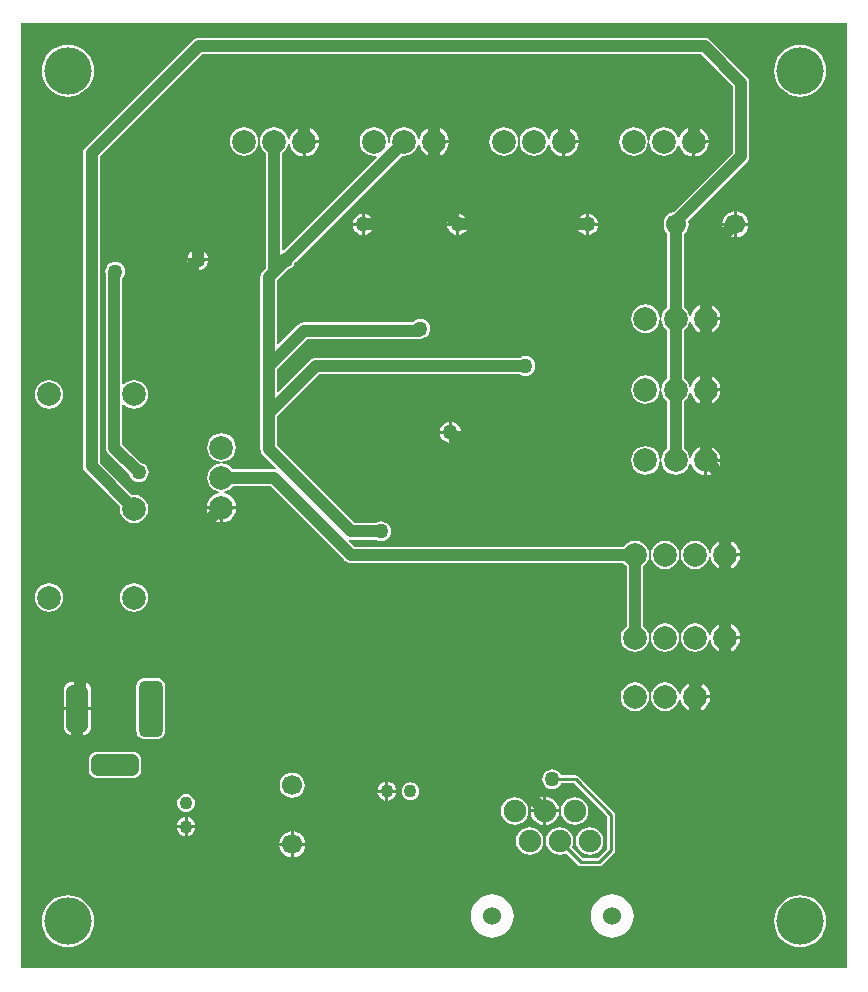
<source format=gbl>
%FSLAX44Y44*%
%MOMM*%
G71*
G01*
G75*
G04 Layer_Physical_Order=2*
G04 Layer_Color=16711680*
%ADD10R,0.6000X2.0000*%
%ADD11O,0.6000X2.0000*%
%ADD12R,1.4500X1.8000*%
%ADD13R,0.6000X1.0000*%
%ADD14R,1.5000X2.0000*%
%ADD15R,1.4000X1.0000*%
%ADD16R,1.0000X0.6000*%
%ADD17R,1.5200X1.6800*%
%ADD18R,2.1590X2.7430*%
%ADD19C,1.0000*%
%ADD20C,0.3000*%
%ADD21C,0.2580*%
%ADD22R,3.8000X2.0000*%
%ADD23C,2.0000*%
%ADD24C,1.1000*%
%ADD25C,1.7000*%
%ADD26C,4.0000*%
G04:AMPARAMS|DCode=27|XSize=4mm|YSize=1.8mm|CornerRadius=0.45mm|HoleSize=0mm|Usage=FLASHONLY|Rotation=0.000|XOffset=0mm|YOffset=0mm|HoleType=Round|Shape=RoundedRectangle|*
%AMROUNDEDRECTD27*
21,1,4.0000,0.9000,0,0,0.0*
21,1,3.1000,1.8000,0,0,0.0*
1,1,0.9000,1.5500,-0.4500*
1,1,0.9000,-1.5500,-0.4500*
1,1,0.9000,-1.5500,0.4500*
1,1,0.9000,1.5500,0.4500*
%
%ADD27ROUNDEDRECTD27*%
G04:AMPARAMS|DCode=28|XSize=4mm|YSize=1.8mm|CornerRadius=0.45mm|HoleSize=0mm|Usage=FLASHONLY|Rotation=270.000|XOffset=0mm|YOffset=0mm|HoleType=Round|Shape=RoundedRectangle|*
%AMROUNDEDRECTD28*
21,1,4.0000,0.9000,0,0,270.0*
21,1,3.1000,1.8000,0,0,270.0*
1,1,0.9000,-0.4500,-1.5500*
1,1,0.9000,-0.4500,1.5500*
1,1,0.9000,0.4500,1.5500*
1,1,0.9000,0.4500,-1.5500*
%
%ADD28ROUNDEDRECTD28*%
G04:AMPARAMS|DCode=29|XSize=4.8mm|YSize=2mm|CornerRadius=0.5mm|HoleSize=0mm|Usage=FLASHONLY|Rotation=270.000|XOffset=0mm|YOffset=0mm|HoleType=Round|Shape=RoundedRectangle|*
%AMROUNDEDRECTD29*
21,1,4.8000,1.0000,0,0,270.0*
21,1,3.8000,2.0000,0,0,270.0*
1,1,1.0000,-0.5000,-1.9000*
1,1,1.0000,-0.5000,1.9000*
1,1,1.0000,0.5000,1.9000*
1,1,1.0000,0.5000,-1.9000*
%
%ADD29ROUNDEDRECTD29*%
%ADD30C,1.5240*%
%ADD31C,1.9000*%
%ADD32C,1.2700*%
G36*
X710000Y10000D02*
X10000D01*
Y810000D01*
X710000D01*
Y10000D01*
D02*
G37*
%LPC*%
G36*
X56730Y252601D02*
X53500D01*
X51662Y252359D01*
X49950Y251649D01*
X48479Y250521D01*
X47351Y249050D01*
X46641Y247338D01*
X46399Y245500D01*
Y231270D01*
X56730D01*
Y252601D01*
D02*
G37*
G36*
X530000Y252104D02*
X526867Y251691D01*
X523948Y250482D01*
X521441Y248559D01*
X519518Y246052D01*
X518309Y243133D01*
X517896Y240000D01*
X518309Y236867D01*
X519518Y233948D01*
X521441Y231441D01*
X523948Y229518D01*
X526867Y228309D01*
X530000Y227896D01*
X533133Y228309D01*
X536052Y229518D01*
X538559Y231441D01*
X540482Y233948D01*
X541691Y236867D01*
X542104Y240000D01*
X541691Y243133D01*
X540482Y246052D01*
X538559Y248559D01*
X536052Y250482D01*
X533133Y251691D01*
X530000Y252104D01*
D02*
G37*
G36*
X593481Y238730D02*
X582270D01*
Y227519D01*
X584274Y227783D01*
X587324Y229046D01*
X589944Y231056D01*
X591954Y233676D01*
X593217Y236726D01*
X593481Y238730D01*
D02*
G37*
G36*
X579730Y252481D02*
X577726Y252217D01*
X574676Y250954D01*
X572056Y248944D01*
X570046Y246324D01*
X568783Y243274D01*
X568618Y242023D01*
X567337D01*
X567191Y243133D01*
X565982Y246052D01*
X564058Y248559D01*
X561552Y250482D01*
X558633Y251691D01*
X555500Y252104D01*
X552367Y251691D01*
X549448Y250482D01*
X546941Y248559D01*
X545018Y246052D01*
X543809Y243133D01*
X543396Y240000D01*
X543809Y236867D01*
X545018Y233948D01*
X546941Y231441D01*
X549448Y229518D01*
X552367Y228309D01*
X555500Y227896D01*
X558633Y228309D01*
X561552Y229518D01*
X564058Y231441D01*
X565982Y233948D01*
X567191Y236867D01*
X567337Y237977D01*
X568618D01*
X568783Y236726D01*
X570046Y233676D01*
X572056Y231056D01*
X574676Y229046D01*
X577726Y227783D01*
X579730Y227519D01*
Y240000D01*
Y252481D01*
D02*
G37*
G36*
X582270D02*
Y241270D01*
X593481D01*
X593217Y243274D01*
X591954Y246324D01*
X589944Y248944D01*
X587324Y250954D01*
X584274Y252217D01*
X582270Y252481D01*
D02*
G37*
G36*
X62500Y252601D02*
X59270D01*
Y231270D01*
X69601D01*
Y245500D01*
X69359Y247338D01*
X68649Y249050D01*
X67521Y250521D01*
X66050Y251649D01*
X64338Y252359D01*
X62500Y252601D01*
D02*
G37*
G36*
X105500Y193056D02*
X74500D01*
X72803Y192833D01*
X71222Y192178D01*
X69864Y191136D01*
X68822Y189778D01*
X68167Y188197D01*
X67944Y186500D01*
Y177500D01*
X68167Y175803D01*
X68822Y174222D01*
X69864Y172864D01*
X71222Y171822D01*
X72803Y171167D01*
X74500Y170944D01*
X105500D01*
X107197Y171167D01*
X108778Y171822D01*
X110136Y172864D01*
X111178Y174222D01*
X111833Y175803D01*
X112056Y177500D01*
Y186500D01*
X111833Y188197D01*
X111178Y189778D01*
X110136Y191136D01*
X108778Y192178D01*
X107197Y192833D01*
X105500Y193056D01*
D02*
G37*
G36*
X321270Y167942D02*
Y161270D01*
X327942D01*
X327833Y162099D01*
X327023Y164055D01*
X325734Y165734D01*
X324055Y167023D01*
X322099Y167833D01*
X321270Y167942D01*
D02*
G37*
G36*
X318730D02*
X317901Y167833D01*
X315945Y167023D01*
X314266Y165734D01*
X312977Y164055D01*
X312167Y162099D01*
X312058Y161270D01*
X318730D01*
Y167942D01*
D02*
G37*
G36*
X69601Y228730D02*
X59270D01*
Y207399D01*
X62500D01*
X64338Y207641D01*
X66050Y208351D01*
X67521Y209479D01*
X68649Y210950D01*
X69359Y212662D01*
X69601Y214500D01*
Y228730D01*
D02*
G37*
G36*
X56730D02*
X46399D01*
Y214500D01*
X46641Y212662D01*
X47351Y210950D01*
X48479Y209479D01*
X49950Y208351D01*
X51662Y207641D01*
X53500Y207399D01*
X56730D01*
Y228730D01*
D02*
G37*
G36*
X125000Y256060D02*
X115000D01*
X113173Y255820D01*
X111470Y255114D01*
X110007Y253993D01*
X108885Y252530D01*
X108180Y250827D01*
X107940Y249000D01*
Y211000D01*
X108180Y209173D01*
X108885Y207470D01*
X110007Y206007D01*
X111470Y204886D01*
X113173Y204180D01*
X115000Y203940D01*
X125000D01*
X126827Y204180D01*
X128530Y204886D01*
X129993Y206007D01*
X131115Y207470D01*
X131820Y209173D01*
X132060Y211000D01*
Y249000D01*
X131820Y250827D01*
X131115Y252530D01*
X129993Y253993D01*
X128530Y255114D01*
X126827Y255820D01*
X125000Y256060D01*
D02*
G37*
G36*
X618981Y288730D02*
X607770D01*
Y277519D01*
X609774Y277783D01*
X612824Y279046D01*
X615444Y281056D01*
X617454Y283676D01*
X618717Y286726D01*
X618981Y288730D01*
D02*
G37*
G36*
X605230Y372481D02*
X603226Y372217D01*
X600176Y370954D01*
X597556Y368944D01*
X595546Y366324D01*
X594283Y363274D01*
X594118Y362023D01*
X592837D01*
X592691Y363133D01*
X591482Y366052D01*
X589558Y368559D01*
X587052Y370482D01*
X584133Y371691D01*
X581000Y372104D01*
X577867Y371691D01*
X574948Y370482D01*
X572441Y368559D01*
X570518Y366052D01*
X569309Y363133D01*
X568896Y360000D01*
X569309Y356867D01*
X570518Y353948D01*
X572441Y351441D01*
X574948Y349518D01*
X577867Y348309D01*
X581000Y347896D01*
X584133Y348309D01*
X587052Y349518D01*
X589558Y351441D01*
X591482Y353948D01*
X592691Y356867D01*
X592837Y357977D01*
X594118D01*
X594283Y356726D01*
X595546Y353676D01*
X597556Y351056D01*
X600176Y349046D01*
X603226Y347783D01*
X605230Y347519D01*
Y360000D01*
Y372481D01*
D02*
G37*
G36*
X607770D02*
Y361270D01*
X618981D01*
X618717Y363274D01*
X617454Y366324D01*
X615444Y368944D01*
X612824Y370954D01*
X609774Y372217D01*
X607770Y372481D01*
D02*
G37*
G36*
X555500Y372104D02*
X552367Y371691D01*
X549448Y370482D01*
X546941Y368559D01*
X545018Y366052D01*
X543809Y363133D01*
X543396Y360000D01*
X543809Y356867D01*
X545018Y353948D01*
X546941Y351441D01*
X549448Y349518D01*
X552367Y348309D01*
X555500Y347896D01*
X558633Y348309D01*
X561552Y349518D01*
X564058Y351441D01*
X565982Y353948D01*
X567191Y356867D01*
X567604Y360000D01*
X567191Y363133D01*
X565982Y366052D01*
X564058Y368559D01*
X561552Y370482D01*
X558633Y371691D01*
X555500Y372104D01*
D02*
G37*
G36*
X602481Y438730D02*
X591270D01*
Y427519D01*
X593274Y427783D01*
X596324Y429046D01*
X598944Y431056D01*
X600954Y433676D01*
X602217Y436726D01*
X602481Y438730D01*
D02*
G37*
G36*
X192481Y398730D02*
X181270D01*
Y387519D01*
X183274Y387783D01*
X186324Y389046D01*
X188944Y391056D01*
X190954Y393676D01*
X192217Y396726D01*
X192481Y398730D01*
D02*
G37*
G36*
X178730D02*
X167519D01*
X167783Y396726D01*
X169046Y393676D01*
X171056Y391056D01*
X173676Y389046D01*
X176726Y387783D01*
X178730Y387519D01*
Y398730D01*
D02*
G37*
G36*
X605230Y302481D02*
X603226Y302217D01*
X600176Y300954D01*
X597556Y298944D01*
X595546Y296324D01*
X594283Y293274D01*
X594118Y292023D01*
X592837D01*
X592691Y293133D01*
X591482Y296052D01*
X589558Y298559D01*
X587052Y300482D01*
X584133Y301691D01*
X581000Y302104D01*
X577867Y301691D01*
X574948Y300482D01*
X572441Y298559D01*
X570518Y296052D01*
X569309Y293133D01*
X568896Y290000D01*
X569309Y286867D01*
X570518Y283948D01*
X572441Y281441D01*
X574948Y279518D01*
X577867Y278309D01*
X581000Y277896D01*
X584133Y278309D01*
X587052Y279518D01*
X589558Y281441D01*
X591482Y283948D01*
X592691Y286867D01*
X592837Y287977D01*
X594118D01*
X594283Y286726D01*
X595546Y283676D01*
X597556Y281056D01*
X600176Y279046D01*
X603226Y277783D01*
X605230Y277519D01*
Y290000D01*
Y302481D01*
D02*
G37*
G36*
X607770D02*
Y291270D01*
X618981D01*
X618717Y293274D01*
X617454Y296324D01*
X615444Y298944D01*
X612824Y300954D01*
X609774Y302217D01*
X607770Y302481D01*
D02*
G37*
G36*
X555500Y302104D02*
X552367Y301691D01*
X549448Y300482D01*
X546941Y298559D01*
X545018Y296052D01*
X543809Y293133D01*
X543396Y290000D01*
X543809Y286867D01*
X545018Y283948D01*
X546941Y281441D01*
X549448Y279518D01*
X552367Y278309D01*
X555500Y277896D01*
X558633Y278309D01*
X561552Y279518D01*
X564058Y281441D01*
X565982Y283948D01*
X567191Y286867D01*
X567604Y290000D01*
X567191Y293133D01*
X565982Y296052D01*
X564058Y298559D01*
X561552Y300482D01*
X558633Y301691D01*
X555500Y302104D01*
D02*
G37*
G36*
X618981Y358730D02*
X607770D01*
Y347519D01*
X609774Y347783D01*
X612824Y349046D01*
X615444Y351056D01*
X617454Y353676D01*
X618717Y356726D01*
X618981Y358730D01*
D02*
G37*
G36*
X106000Y336104D02*
X102867Y335691D01*
X99948Y334482D01*
X97442Y332559D01*
X95518Y330052D01*
X94309Y327133D01*
X93897Y324000D01*
X94309Y320867D01*
X95518Y317948D01*
X97442Y315441D01*
X99948Y313518D01*
X102867Y312309D01*
X106000Y311896D01*
X109133Y312309D01*
X112052Y313518D01*
X114558Y315441D01*
X116482Y317948D01*
X117691Y320867D01*
X118104Y324000D01*
X117691Y327133D01*
X116482Y330052D01*
X114558Y332559D01*
X112052Y334482D01*
X109133Y335691D01*
X106000Y336104D01*
D02*
G37*
G36*
X34000D02*
X30867Y335691D01*
X27948Y334482D01*
X25442Y332559D01*
X23518Y330052D01*
X22309Y327133D01*
X21897Y324000D01*
X22309Y320867D01*
X23518Y317948D01*
X25442Y315441D01*
X27948Y313518D01*
X30867Y312309D01*
X34000Y311896D01*
X37133Y312309D01*
X40052Y313518D01*
X42558Y315441D01*
X44482Y317948D01*
X45691Y320867D01*
X46104Y324000D01*
X45691Y327133D01*
X44482Y330052D01*
X42558Y332559D01*
X40052Y334482D01*
X37133Y335691D01*
X34000Y336104D01*
D02*
G37*
G36*
X240000Y175591D02*
X237259Y175230D01*
X234705Y174172D01*
X232511Y172489D01*
X230828Y170295D01*
X229770Y167741D01*
X229409Y165000D01*
X229770Y162259D01*
X230828Y159705D01*
X232511Y157511D01*
X234705Y155828D01*
X237259Y154770D01*
X240000Y154409D01*
X242741Y154770D01*
X245295Y155828D01*
X247489Y157511D01*
X249172Y159705D01*
X250230Y162259D01*
X250591Y165000D01*
X250230Y167741D01*
X249172Y170295D01*
X247489Y172489D01*
X245295Y174172D01*
X242741Y175230D01*
X240000Y175591D01*
D02*
G37*
G36*
X491750Y129449D02*
X488748Y129054D01*
X485950Y127895D01*
X483548Y126052D01*
X481705Y123650D01*
X480546Y120852D01*
X480151Y117850D01*
X480546Y114848D01*
X481705Y112050D01*
X483548Y109648D01*
X485950Y107805D01*
X488748Y106646D01*
X491750Y106251D01*
X494752Y106646D01*
X497550Y107805D01*
X499952Y109648D01*
X501795Y112050D01*
X502954Y114848D01*
X503349Y117850D01*
X502954Y120852D01*
X501795Y123650D01*
X499952Y126052D01*
X497550Y127895D01*
X494752Y129054D01*
X491750Y129449D01*
D02*
G37*
G36*
X440950D02*
X437948Y129054D01*
X435150Y127895D01*
X432748Y126052D01*
X430905Y123650D01*
X429746Y120852D01*
X429351Y117850D01*
X429746Y114848D01*
X430905Y112050D01*
X432748Y109648D01*
X435150Y107805D01*
X437948Y106646D01*
X440950Y106251D01*
X443952Y106646D01*
X446750Y107805D01*
X449152Y109648D01*
X450995Y112050D01*
X452154Y114848D01*
X452549Y117850D01*
X452154Y120852D01*
X450995Y123650D01*
X449152Y126052D01*
X446750Y127895D01*
X443952Y129054D01*
X440950Y129449D01*
D02*
G37*
G36*
X250968Y113730D02*
X241270D01*
Y104032D01*
X242882Y104244D01*
X245568Y105357D01*
X247874Y107126D01*
X249643Y109432D01*
X250756Y112118D01*
X250968Y113730D01*
D02*
G37*
G36*
X148730Y128730D02*
X142058D01*
X142167Y127901D01*
X142977Y125945D01*
X144266Y124266D01*
X145945Y122977D01*
X147901Y122167D01*
X148730Y122058D01*
Y128730D01*
D02*
G37*
G36*
X241270Y125968D02*
Y116270D01*
X250968D01*
X250756Y117882D01*
X249643Y120568D01*
X247874Y122874D01*
X245568Y124643D01*
X242882Y125756D01*
X241270Y125968D01*
D02*
G37*
G36*
X238730D02*
X237118Y125756D01*
X234432Y124643D01*
X232126Y122874D01*
X230357Y120568D01*
X229244Y117882D01*
X229032Y116270D01*
X238730D01*
Y125968D01*
D02*
G37*
G36*
X409200Y72688D02*
X405622Y72336D01*
X402182Y71292D01*
X399012Y69598D01*
X396233Y67317D01*
X393952Y64538D01*
X392258Y61368D01*
X391214Y57928D01*
X390862Y54350D01*
X391214Y50772D01*
X392258Y47332D01*
X393952Y44162D01*
X396233Y41383D01*
X399012Y39102D01*
X402182Y37408D01*
X405622Y36364D01*
X409200Y36012D01*
X412778Y36364D01*
X416218Y37408D01*
X419388Y39102D01*
X422167Y41383D01*
X424448Y44162D01*
X426142Y47332D01*
X427186Y50772D01*
X427538Y54350D01*
X427186Y57928D01*
X426142Y61368D01*
X424448Y64538D01*
X422167Y67317D01*
X419388Y69598D01*
X416218Y71292D01*
X412778Y72336D01*
X409200Y72688D01*
D02*
G37*
G36*
X670000Y72106D02*
X665687Y71682D01*
X661540Y70424D01*
X657718Y68381D01*
X654368Y65632D01*
X651619Y62282D01*
X649576Y58460D01*
X648318Y54313D01*
X647894Y50000D01*
X648318Y45687D01*
X649576Y41540D01*
X651619Y37718D01*
X654368Y34368D01*
X657718Y31619D01*
X661540Y29576D01*
X665687Y28318D01*
X670000Y27894D01*
X674313Y28318D01*
X678460Y29576D01*
X682282Y31619D01*
X685632Y34368D01*
X688381Y37718D01*
X690424Y41540D01*
X691682Y45687D01*
X692106Y50000D01*
X691682Y54313D01*
X690424Y58460D01*
X688381Y62282D01*
X685632Y65632D01*
X682282Y68381D01*
X678460Y70424D01*
X674313Y71682D01*
X670000Y72106D01*
D02*
G37*
G36*
X50000D02*
X45687Y71682D01*
X41540Y70424D01*
X37718Y68381D01*
X34368Y65632D01*
X31619Y62282D01*
X29576Y58460D01*
X28318Y54313D01*
X27894Y50000D01*
X28318Y45687D01*
X29576Y41540D01*
X31619Y37718D01*
X34368Y34368D01*
X37718Y31619D01*
X41540Y29576D01*
X45687Y28318D01*
X50000Y27894D01*
X54313Y28318D01*
X58460Y29576D01*
X62282Y31619D01*
X65632Y34368D01*
X68381Y37718D01*
X70424Y41540D01*
X71682Y45687D01*
X72106Y50000D01*
X71682Y54313D01*
X70424Y58460D01*
X68381Y62282D01*
X65632Y65632D01*
X62282Y68381D01*
X58460Y70424D01*
X54313Y71682D01*
X50000Y72106D01*
D02*
G37*
G36*
X238730Y113730D02*
X229032D01*
X229244Y112118D01*
X230357Y109432D01*
X232126Y107126D01*
X234432Y105357D01*
X237118Y104244D01*
X238730Y104032D01*
Y113730D01*
D02*
G37*
G36*
X460000Y178422D02*
X457820Y178135D01*
X455789Y177294D01*
X454045Y175955D01*
X452706Y174211D01*
X451865Y172180D01*
X451578Y170000D01*
X451865Y167820D01*
X452706Y165789D01*
X454045Y164045D01*
X455789Y162706D01*
X457820Y161865D01*
X460000Y161578D01*
X462180Y161865D01*
X464211Y162706D01*
X465955Y164045D01*
X467294Y165789D01*
X467649Y166646D01*
X478610D01*
X506646Y138610D01*
Y111390D01*
X498610Y103355D01*
X485589D01*
X476541Y112403D01*
X477554Y114848D01*
X477949Y117850D01*
X477554Y120852D01*
X476395Y123650D01*
X474552Y126052D01*
X472150Y127895D01*
X469352Y129054D01*
X466350Y129449D01*
X463348Y129054D01*
X460550Y127895D01*
X458148Y126052D01*
X456305Y123650D01*
X455146Y120852D01*
X454751Y117850D01*
X455146Y114848D01*
X456305Y112050D01*
X458148Y109648D01*
X460550Y107805D01*
X463348Y106646D01*
X466350Y106251D01*
X469352Y106646D01*
X471797Y107659D01*
X481828Y97628D01*
X482916Y96901D01*
X484200Y96646D01*
X500000D01*
X501284Y96901D01*
X502372Y97628D01*
X512372Y107628D01*
X513099Y108716D01*
X513354Y110000D01*
Y140000D01*
X513099Y141284D01*
X512372Y142372D01*
X482372Y172372D01*
X481284Y173099D01*
X480000Y173354D01*
X467649D01*
X467294Y174211D01*
X465955Y175955D01*
X464211Y177294D01*
X462180Y178135D01*
X460000Y178422D01*
D02*
G37*
G36*
X510800Y72688D02*
X507222Y72336D01*
X503782Y71292D01*
X500612Y69598D01*
X497833Y67317D01*
X495552Y64538D01*
X493858Y61368D01*
X492814Y57928D01*
X492462Y54350D01*
X492814Y50772D01*
X493858Y47332D01*
X495552Y44162D01*
X497833Y41383D01*
X500612Y39102D01*
X503782Y37408D01*
X507222Y36364D01*
X510800Y36012D01*
X514378Y36364D01*
X517818Y37408D01*
X520988Y39102D01*
X523767Y41383D01*
X526048Y44162D01*
X527742Y47332D01*
X528786Y50772D01*
X529138Y54350D01*
X528786Y57928D01*
X527742Y61368D01*
X526048Y64538D01*
X523767Y67317D01*
X520988Y69598D01*
X517818Y71292D01*
X514378Y72336D01*
X510800Y72688D01*
D02*
G37*
G36*
X157942Y128730D02*
X151270D01*
Y122058D01*
X152099Y122167D01*
X154055Y122977D01*
X155734Y124266D01*
X157023Y125945D01*
X157833Y127901D01*
X157942Y128730D01*
D02*
G37*
G36*
X454920Y155227D02*
Y144520D01*
X465627D01*
X465380Y146393D01*
X464167Y149322D01*
X462237Y151837D01*
X459722Y153767D01*
X456793Y154980D01*
X454920Y155227D01*
D02*
G37*
G36*
X452380D02*
X450507Y154980D01*
X447578Y153767D01*
X445063Y151837D01*
X443133Y149322D01*
X441920Y146393D01*
X441673Y144520D01*
X452380D01*
Y155227D01*
D02*
G37*
G36*
X150000Y157565D02*
X148042Y157307D01*
X146218Y156551D01*
X144651Y155349D01*
X143449Y153782D01*
X142693Y151958D01*
X142435Y150000D01*
X142693Y148042D01*
X143449Y146218D01*
X144651Y144651D01*
X146218Y143449D01*
X148042Y142693D01*
X150000Y142435D01*
X151958Y142693D01*
X153782Y143449D01*
X155349Y144651D01*
X156551Y146218D01*
X157307Y148042D01*
X157565Y150000D01*
X157307Y151958D01*
X156551Y153782D01*
X155349Y155349D01*
X153782Y156551D01*
X151958Y157307D01*
X150000Y157565D01*
D02*
G37*
G36*
X340000Y167565D02*
X338042Y167307D01*
X336218Y166551D01*
X334651Y165349D01*
X333449Y163782D01*
X332693Y161958D01*
X332435Y160000D01*
X332693Y158042D01*
X333449Y156218D01*
X334651Y154651D01*
X336218Y153449D01*
X338042Y152693D01*
X340000Y152435D01*
X341958Y152693D01*
X343782Y153449D01*
X345349Y154651D01*
X346551Y156218D01*
X347307Y158042D01*
X347565Y160000D01*
X347307Y161958D01*
X346551Y163782D01*
X345349Y165349D01*
X343782Y166551D01*
X341958Y167307D01*
X340000Y167565D01*
D02*
G37*
G36*
X327942Y158730D02*
X321270D01*
Y152058D01*
X322099Y152167D01*
X324055Y152977D01*
X325734Y154266D01*
X327023Y155945D01*
X327833Y157901D01*
X327942Y158730D01*
D02*
G37*
G36*
X318730D02*
X312058D01*
X312167Y157901D01*
X312977Y155945D01*
X314266Y154266D01*
X315945Y152977D01*
X317901Y152167D01*
X318730Y152058D01*
Y158730D01*
D02*
G37*
G36*
X452380Y141980D02*
X441673D01*
X441920Y140107D01*
X443133Y137178D01*
X445063Y134663D01*
X447578Y132733D01*
X450507Y131520D01*
X452380Y131273D01*
Y141980D01*
D02*
G37*
G36*
X151270Y137942D02*
Y131270D01*
X157942D01*
X157833Y132099D01*
X157023Y134055D01*
X155734Y135734D01*
X154055Y137023D01*
X152099Y137833D01*
X151270Y137942D01*
D02*
G37*
G36*
X148730D02*
X147901Y137833D01*
X145945Y137023D01*
X144266Y135734D01*
X142977Y134055D01*
X142167Y132099D01*
X142058Y131270D01*
X148730D01*
Y137942D01*
D02*
G37*
G36*
X479050Y154849D02*
X476048Y154454D01*
X473250Y153295D01*
X470848Y151452D01*
X469005Y149050D01*
X467846Y146252D01*
X467451Y143250D01*
X467846Y140248D01*
X469005Y137450D01*
X470848Y135048D01*
X473250Y133205D01*
X476048Y132046D01*
X479050Y131651D01*
X482052Y132046D01*
X484850Y133205D01*
X487252Y135048D01*
X489095Y137450D01*
X490254Y140248D01*
X490649Y143250D01*
X490254Y146252D01*
X489095Y149050D01*
X487252Y151452D01*
X484850Y153295D01*
X482052Y154454D01*
X479050Y154849D01*
D02*
G37*
G36*
X428250D02*
X425248Y154454D01*
X422450Y153295D01*
X420048Y151452D01*
X418205Y149050D01*
X417046Y146252D01*
X416651Y143250D01*
X417046Y140248D01*
X418205Y137450D01*
X420048Y135048D01*
X422450Y133205D01*
X425248Y132046D01*
X428250Y131651D01*
X431252Y132046D01*
X434050Y133205D01*
X436452Y135048D01*
X438295Y137450D01*
X439454Y140248D01*
X439849Y143250D01*
X439454Y146252D01*
X438295Y149050D01*
X436452Y151452D01*
X434050Y153295D01*
X431252Y154454D01*
X428250Y154849D01*
D02*
G37*
G36*
X465627Y141980D02*
X454920D01*
Y131273D01*
X456793Y131520D01*
X459722Y132733D01*
X462237Y134663D01*
X464167Y137178D01*
X465380Y140107D01*
X465627Y141980D01*
D02*
G37*
G36*
X616270Y650968D02*
Y641270D01*
X625968D01*
X625756Y642882D01*
X624643Y645568D01*
X622874Y647874D01*
X620568Y649643D01*
X617882Y650756D01*
X616270Y650968D01*
D02*
G37*
G36*
X613730D02*
X612118Y650756D01*
X609432Y649643D01*
X607126Y647874D01*
X605357Y645568D01*
X604244Y642882D01*
X604032Y641270D01*
X613730D01*
Y650968D01*
D02*
G37*
G36*
X491270Y648800D02*
Y641270D01*
X498800D01*
X498661Y642321D01*
X497765Y644483D01*
X496340Y646340D01*
X494483Y647765D01*
X492321Y648661D01*
X491270Y648800D01*
D02*
G37*
G36*
X372481Y708730D02*
X361270D01*
Y697519D01*
X363274Y697783D01*
X366324Y699046D01*
X368944Y701056D01*
X370954Y703676D01*
X372217Y706726D01*
X372481Y708730D01*
D02*
G37*
G36*
X262481D02*
X251270D01*
Y697519D01*
X253274Y697783D01*
X256324Y699046D01*
X258944Y701056D01*
X260954Y703676D01*
X262217Y706726D01*
X262481Y708730D01*
D02*
G37*
G36*
X592481D02*
X581270D01*
Y697519D01*
X583274Y697783D01*
X586324Y699046D01*
X588944Y701056D01*
X590954Y703676D01*
X592217Y706726D01*
X592481Y708730D01*
D02*
G37*
G36*
X488730Y648800D02*
X487679Y648661D01*
X485517Y647765D01*
X483660Y646340D01*
X482235Y644483D01*
X481339Y642321D01*
X481200Y641270D01*
X488730D01*
Y648800D01*
D02*
G37*
G36*
X298730D02*
X297679Y648661D01*
X295517Y647765D01*
X293660Y646340D01*
X292235Y644483D01*
X291339Y642321D01*
X291201Y641270D01*
X298730D01*
Y648800D01*
D02*
G37*
G36*
X498800Y638730D02*
X491270D01*
Y631200D01*
X492321Y631339D01*
X494483Y632235D01*
X496340Y633660D01*
X497765Y635517D01*
X498661Y637679D01*
X498800Y638730D01*
D02*
G37*
G36*
X488730D02*
X481200D01*
X481339Y637679D01*
X482235Y635517D01*
X483660Y633660D01*
X485517Y632235D01*
X487679Y631339D01*
X488730Y631200D01*
Y638730D01*
D02*
G37*
G36*
X381270Y648800D02*
Y641270D01*
X388800D01*
X388661Y642321D01*
X387765Y644483D01*
X386340Y646340D01*
X384483Y647765D01*
X382321Y648661D01*
X381270Y648800D01*
D02*
G37*
G36*
X378730D02*
X377679Y648661D01*
X375517Y647765D01*
X373660Y646340D01*
X372235Y644483D01*
X371339Y642321D01*
X371200Y641270D01*
X378730D01*
Y648800D01*
D02*
G37*
G36*
X301270D02*
Y641270D01*
X308799D01*
X308661Y642321D01*
X307765Y644483D01*
X306340Y646340D01*
X304483Y647765D01*
X302321Y648661D01*
X301270Y648800D01*
D02*
G37*
G36*
X468730Y722481D02*
X466726Y722217D01*
X463676Y720954D01*
X461056Y718944D01*
X459046Y716324D01*
X457783Y713274D01*
X457618Y712023D01*
X456337D01*
X456191Y713133D01*
X454982Y716052D01*
X453059Y718559D01*
X450552Y720482D01*
X447633Y721691D01*
X444500Y722104D01*
X441367Y721691D01*
X438448Y720482D01*
X435942Y718559D01*
X434018Y716052D01*
X432809Y713133D01*
X432396Y710000D01*
X432809Y706867D01*
X434018Y703948D01*
X435942Y701441D01*
X438448Y699518D01*
X441367Y698309D01*
X444500Y697896D01*
X447633Y698309D01*
X450552Y699518D01*
X453059Y701441D01*
X454982Y703948D01*
X456191Y706867D01*
X456337Y707977D01*
X457618D01*
X457783Y706726D01*
X459046Y703676D01*
X461056Y701056D01*
X463676Y699046D01*
X466726Y697783D01*
X468730Y697519D01*
Y710000D01*
Y722481D01*
D02*
G37*
G36*
X358730D02*
X356726Y722217D01*
X353676Y720954D01*
X351056Y718944D01*
X349046Y716324D01*
X347783Y713274D01*
X347618Y712023D01*
X346337D01*
X346191Y713133D01*
X344982Y716052D01*
X343059Y718559D01*
X340552Y720482D01*
X337633Y721691D01*
X334500Y722104D01*
X331367Y721691D01*
X328448Y720482D01*
X325942Y718559D01*
X324018Y716052D01*
X322809Y713133D01*
X322396Y710000D01*
X322566Y708714D01*
X322175Y708411D01*
X320984Y709095D01*
X321104Y710000D01*
X320691Y713133D01*
X319482Y716052D01*
X317558Y718559D01*
X315052Y720482D01*
X312133Y721691D01*
X309000Y722104D01*
X305867Y721691D01*
X302948Y720482D01*
X300441Y718559D01*
X298518Y716052D01*
X297309Y713133D01*
X296896Y710000D01*
X297309Y706867D01*
X298518Y703948D01*
X300441Y701441D01*
X302948Y699518D01*
X305867Y698309D01*
X309000Y697896D01*
X310860Y698141D01*
X311454Y696938D01*
X232830Y618315D01*
X232458Y618369D01*
X231560Y619051D01*
Y700292D01*
X233058Y701441D01*
X234982Y703948D01*
X236191Y706867D01*
X236337Y707977D01*
X237618D01*
X237783Y706726D01*
X239046Y703676D01*
X241056Y701056D01*
X243676Y699046D01*
X246726Y697783D01*
X248730Y697519D01*
Y710000D01*
Y722481D01*
X246726Y722217D01*
X243676Y720954D01*
X241056Y718944D01*
X239046Y716324D01*
X237783Y713274D01*
X237618Y712023D01*
X236337D01*
X236191Y713133D01*
X234982Y716052D01*
X233058Y718559D01*
X230552Y720482D01*
X227633Y721691D01*
X224500Y722104D01*
X221367Y721691D01*
X218448Y720482D01*
X215942Y718559D01*
X214018Y716052D01*
X212809Y713133D01*
X212397Y710000D01*
X212809Y706867D01*
X214018Y703948D01*
X215942Y701441D01*
X217440Y700292D01*
Y602924D01*
X215007Y600492D01*
X213885Y599030D01*
X213180Y597327D01*
X212940Y595500D01*
Y520000D01*
Y480000D01*
Y450000D01*
X213180Y448173D01*
X213885Y446470D01*
X215007Y445008D01*
X226427Y433588D01*
X225834Y432385D01*
X224500Y432560D01*
X189708D01*
X188559Y434058D01*
X186052Y435982D01*
X183133Y437191D01*
X180000Y437603D01*
X176867Y437191D01*
X173948Y435982D01*
X171441Y434058D01*
X169518Y431552D01*
X168309Y428633D01*
X167896Y425500D01*
X168309Y422367D01*
X169518Y419448D01*
X171441Y416941D01*
X173948Y415018D01*
X176867Y413809D01*
X177977Y413663D01*
Y412382D01*
X176726Y412217D01*
X173676Y410954D01*
X171056Y408944D01*
X169046Y406324D01*
X167783Y403274D01*
X167519Y401270D01*
X192481D01*
X192217Y403274D01*
X190954Y406324D01*
X188944Y408944D01*
X186324Y410954D01*
X183274Y412217D01*
X182023Y412382D01*
Y413663D01*
X183133Y413809D01*
X186052Y415018D01*
X188559Y416941D01*
X189708Y418440D01*
X221576D01*
X285008Y355008D01*
X286470Y353885D01*
X288173Y353180D01*
X290000Y352940D01*
X520292D01*
X521441Y351441D01*
X522940Y350292D01*
Y299708D01*
X521441Y298559D01*
X519518Y296052D01*
X518309Y293133D01*
X517896Y290000D01*
X518309Y286867D01*
X519518Y283948D01*
X521441Y281441D01*
X523948Y279518D01*
X526867Y278309D01*
X530000Y277896D01*
X533133Y278309D01*
X536052Y279518D01*
X538559Y281441D01*
X540482Y283948D01*
X541691Y286867D01*
X542104Y290000D01*
X541691Y293133D01*
X540482Y296052D01*
X538559Y298559D01*
X537060Y299708D01*
Y350292D01*
X538559Y351441D01*
X540482Y353948D01*
X541691Y356867D01*
X542104Y360000D01*
X541691Y363133D01*
X540482Y366052D01*
X538559Y368559D01*
X536052Y370482D01*
X533133Y371691D01*
X530000Y372104D01*
X526867Y371691D01*
X523948Y370482D01*
X521441Y368559D01*
X520292Y367060D01*
X292924D01*
X288072Y371912D01*
X288666Y373115D01*
X290000Y372940D01*
X310485D01*
X310789Y372706D01*
X312820Y371865D01*
X315000Y371578D01*
X317180Y371865D01*
X319211Y372706D01*
X320955Y374045D01*
X322294Y375789D01*
X323135Y377820D01*
X323422Y380000D01*
X323135Y382180D01*
X322294Y384211D01*
X320955Y385955D01*
X319211Y387294D01*
X317180Y388135D01*
X315000Y388422D01*
X312820Y388135D01*
X310789Y387294D01*
X310485Y387060D01*
X292924D01*
X227060Y452924D01*
Y477076D01*
X262924Y512940D01*
X432885D01*
X433189Y512706D01*
X435220Y511865D01*
X437400Y511578D01*
X439580Y511865D01*
X441611Y512706D01*
X443355Y514045D01*
X444694Y515789D01*
X445535Y517820D01*
X445822Y520000D01*
X445535Y522180D01*
X444694Y524211D01*
X443355Y525955D01*
X441611Y527294D01*
X439580Y528135D01*
X437400Y528422D01*
X435220Y528135D01*
X433189Y527294D01*
X432885Y527060D01*
X260000D01*
X258173Y526820D01*
X256470Y526115D01*
X255007Y524992D01*
X228234Y498219D01*
X227060Y498705D01*
Y517076D01*
X252924Y542940D01*
X347000D01*
X348275Y543107D01*
X348500Y543078D01*
X350680Y543365D01*
X352711Y544206D01*
X354455Y545545D01*
X355794Y547289D01*
X356635Y549320D01*
X356922Y551500D01*
X356635Y553680D01*
X355794Y555711D01*
X354455Y557455D01*
X352711Y558794D01*
X350680Y559635D01*
X348500Y559922D01*
X346320Y559635D01*
X344289Y558794D01*
X342545Y557455D01*
X342242Y557060D01*
X250000D01*
X248173Y556820D01*
X246470Y556115D01*
X245007Y554992D01*
X228234Y538219D01*
X227060Y538705D01*
Y592575D01*
X229492Y595008D01*
X236300Y601815D01*
X236680Y601865D01*
X238711Y602706D01*
X240455Y604045D01*
X241794Y605789D01*
X242635Y607820D01*
X242685Y608200D01*
X332628Y698143D01*
X334500Y697896D01*
X337633Y698309D01*
X340552Y699518D01*
X343059Y701441D01*
X344982Y703948D01*
X346191Y706867D01*
X346337Y707977D01*
X347618D01*
X347783Y706726D01*
X349046Y703676D01*
X351056Y701056D01*
X353676Y699046D01*
X356726Y697783D01*
X358730Y697519D01*
Y710000D01*
Y722481D01*
D02*
G37*
G36*
X581270D02*
Y711270D01*
X592481D01*
X592217Y713274D01*
X590954Y716324D01*
X588944Y718944D01*
X586324Y720954D01*
X583274Y722217D01*
X581270Y722481D01*
D02*
G37*
G36*
X670000Y792106D02*
X665687Y791682D01*
X661540Y790424D01*
X657718Y788381D01*
X654368Y785632D01*
X651619Y782282D01*
X649576Y778460D01*
X648318Y774313D01*
X647894Y770000D01*
X648318Y765687D01*
X649576Y761540D01*
X651619Y757718D01*
X654368Y754368D01*
X657718Y751619D01*
X661540Y749576D01*
X665687Y748318D01*
X670000Y747894D01*
X674313Y748318D01*
X678460Y749576D01*
X682282Y751619D01*
X685632Y754368D01*
X688381Y757718D01*
X690424Y761540D01*
X691682Y765687D01*
X692106Y770000D01*
X691682Y774313D01*
X690424Y778460D01*
X688381Y782282D01*
X685632Y785632D01*
X682282Y788381D01*
X678460Y790424D01*
X674313Y791682D01*
X670000Y792106D01*
D02*
G37*
G36*
X50000D02*
X45687Y791682D01*
X41540Y790424D01*
X37718Y788381D01*
X34368Y785632D01*
X31619Y782282D01*
X29576Y778460D01*
X28318Y774313D01*
X27894Y770000D01*
X28318Y765687D01*
X29576Y761540D01*
X31619Y757718D01*
X34368Y754368D01*
X37718Y751619D01*
X41540Y749576D01*
X45687Y748318D01*
X50000Y747894D01*
X54313Y748318D01*
X58460Y749576D01*
X62282Y751619D01*
X65632Y754368D01*
X68381Y757718D01*
X70424Y761540D01*
X71682Y765687D01*
X72106Y770000D01*
X71682Y774313D01*
X70424Y778460D01*
X68381Y782282D01*
X65632Y785632D01*
X62282Y788381D01*
X58460Y790424D01*
X54313Y791682D01*
X50000Y792106D01*
D02*
G37*
G36*
X578730Y722481D02*
X576726Y722217D01*
X573676Y720954D01*
X571056Y718944D01*
X569046Y716324D01*
X567783Y713274D01*
X567618Y712023D01*
X566337D01*
X566191Y713133D01*
X564982Y716052D01*
X563059Y718559D01*
X560552Y720482D01*
X557633Y721691D01*
X554500Y722104D01*
X551367Y721691D01*
X548448Y720482D01*
X545942Y718559D01*
X544018Y716052D01*
X542809Y713133D01*
X542397Y710000D01*
X542809Y706867D01*
X544018Y703948D01*
X545942Y701441D01*
X548448Y699518D01*
X551367Y698309D01*
X554500Y697896D01*
X557633Y698309D01*
X560552Y699518D01*
X563059Y701441D01*
X564982Y703948D01*
X566191Y706867D01*
X566337Y707977D01*
X567618D01*
X567783Y706726D01*
X569046Y703676D01*
X571056Y701056D01*
X573676Y699046D01*
X576726Y697783D01*
X578730Y697519D01*
Y710000D01*
Y722481D01*
D02*
G37*
G36*
X471270D02*
Y711270D01*
X482481D01*
X482217Y713274D01*
X480954Y716324D01*
X478944Y718944D01*
X476324Y720954D01*
X473274Y722217D01*
X471270Y722481D01*
D02*
G37*
G36*
X419000Y722104D02*
X415867Y721691D01*
X412948Y720482D01*
X410442Y718559D01*
X408518Y716052D01*
X407309Y713133D01*
X406896Y710000D01*
X407309Y706867D01*
X408518Y703948D01*
X410442Y701441D01*
X412948Y699518D01*
X415867Y698309D01*
X419000Y697896D01*
X422133Y698309D01*
X425052Y699518D01*
X427559Y701441D01*
X429482Y703948D01*
X430691Y706867D01*
X431104Y710000D01*
X430691Y713133D01*
X429482Y716052D01*
X427559Y718559D01*
X425052Y720482D01*
X422133Y721691D01*
X419000Y722104D01*
D02*
G37*
G36*
X199000D02*
X195867Y721691D01*
X192948Y720482D01*
X190441Y718559D01*
X188518Y716052D01*
X187309Y713133D01*
X186896Y710000D01*
X187309Y706867D01*
X188518Y703948D01*
X190441Y701441D01*
X192948Y699518D01*
X195867Y698309D01*
X199000Y697896D01*
X202133Y698309D01*
X205052Y699518D01*
X207558Y701441D01*
X209482Y703948D01*
X210691Y706867D01*
X211104Y710000D01*
X210691Y713133D01*
X209482Y716052D01*
X207558Y718559D01*
X205052Y720482D01*
X202133Y721691D01*
X199000Y722104D01*
D02*
G37*
G36*
X482481Y708730D02*
X471270D01*
Y697519D01*
X473274Y697783D01*
X476324Y699046D01*
X478944Y701056D01*
X480954Y703676D01*
X482217Y706726D01*
X482481Y708730D01*
D02*
G37*
G36*
X361270Y722481D02*
Y711270D01*
X372481D01*
X372217Y713274D01*
X370954Y716324D01*
X368944Y718944D01*
X366324Y720954D01*
X363274Y722217D01*
X361270Y722481D01*
D02*
G37*
G36*
X251270D02*
Y711270D01*
X262481D01*
X262217Y713274D01*
X260954Y716324D01*
X258944Y718944D01*
X256324Y720954D01*
X253274Y722217D01*
X251270Y722481D01*
D02*
G37*
G36*
X529000Y722104D02*
X525867Y721691D01*
X522948Y720482D01*
X520442Y718559D01*
X518518Y716052D01*
X517309Y713133D01*
X516897Y710000D01*
X517309Y706867D01*
X518518Y703948D01*
X520442Y701441D01*
X522948Y699518D01*
X525867Y698309D01*
X529000Y697896D01*
X532133Y698309D01*
X535052Y699518D01*
X537559Y701441D01*
X539482Y703948D01*
X540691Y706867D01*
X541104Y710000D01*
X540691Y713133D01*
X539482Y716052D01*
X537559Y718559D01*
X535052Y720482D01*
X532133Y721691D01*
X529000Y722104D01*
D02*
G37*
G36*
X602481Y498730D02*
X591270D01*
Y487519D01*
X593274Y487783D01*
X596324Y489046D01*
X598944Y491056D01*
X600954Y493676D01*
X602217Y496726D01*
X602481Y498730D01*
D02*
G37*
G36*
X90000Y608422D02*
X87820Y608135D01*
X85789Y607294D01*
X84045Y605955D01*
X82706Y604211D01*
X81865Y602180D01*
X81578Y600000D01*
X81865Y597820D01*
X81940Y597640D01*
Y451000D01*
X82180Y449173D01*
X82886Y447470D01*
X84008Y446007D01*
X101815Y428200D01*
X101865Y427820D01*
X102706Y425789D01*
X104045Y424045D01*
X105789Y422706D01*
X107820Y421865D01*
X110000Y421578D01*
X112180Y421865D01*
X114211Y422706D01*
X115955Y424045D01*
X117294Y425789D01*
X118135Y427820D01*
X118422Y430000D01*
X118135Y432180D01*
X117294Y434211D01*
X115955Y435955D01*
X114211Y437294D01*
X112180Y438135D01*
X111800Y438185D01*
X96060Y453924D01*
Y487266D01*
X97263Y487674D01*
X97442Y487441D01*
X99948Y485518D01*
X102867Y484309D01*
X106000Y483896D01*
X109133Y484309D01*
X112052Y485518D01*
X114558Y487441D01*
X116482Y489948D01*
X117691Y492867D01*
X118104Y496000D01*
X117691Y499133D01*
X116482Y502052D01*
X114558Y504558D01*
X112052Y506482D01*
X109133Y507691D01*
X106000Y508104D01*
X102867Y507691D01*
X99948Y506482D01*
X97442Y504558D01*
X97263Y504326D01*
X96060Y504734D01*
Y594182D01*
X97294Y595789D01*
X98135Y597820D01*
X98422Y600000D01*
X98135Y602180D01*
X97294Y604211D01*
X95955Y605955D01*
X94211Y607294D01*
X92180Y608135D01*
X90000Y608422D01*
D02*
G37*
G36*
X34000Y508104D02*
X30867Y507691D01*
X27948Y506482D01*
X25442Y504558D01*
X23518Y502052D01*
X22309Y499133D01*
X21897Y496000D01*
X22309Y492867D01*
X23518Y489948D01*
X25442Y487441D01*
X27948Y485518D01*
X30867Y484309D01*
X34000Y483896D01*
X37133Y484309D01*
X40052Y485518D01*
X42558Y487441D01*
X44482Y489948D01*
X45691Y492867D01*
X46104Y496000D01*
X45691Y499133D01*
X44482Y502052D01*
X42558Y504558D01*
X40052Y506482D01*
X37133Y507691D01*
X34000Y508104D01*
D02*
G37*
G36*
X589000Y798060D02*
X161000D01*
X159173Y797820D01*
X157470Y797114D01*
X156007Y795992D01*
X65008Y704993D01*
X63885Y703530D01*
X63180Y701827D01*
X62940Y700000D01*
Y435000D01*
X63180Y433173D01*
X63885Y431470D01*
X65008Y430008D01*
X94143Y400872D01*
X93897Y399000D01*
X94309Y395867D01*
X95518Y392948D01*
X97442Y390442D01*
X99948Y388518D01*
X102867Y387309D01*
X106000Y386896D01*
X109133Y387309D01*
X112052Y388518D01*
X114558Y390442D01*
X116482Y392948D01*
X117691Y395867D01*
X118104Y399000D01*
X117691Y402133D01*
X116482Y405052D01*
X114558Y407559D01*
X112052Y409482D01*
X109133Y410691D01*
X106000Y411104D01*
X104128Y410857D01*
X77060Y437924D01*
Y697076D01*
X163925Y783940D01*
X586076D01*
X612940Y757076D01*
Y700409D01*
X562836Y650306D01*
X562259Y650230D01*
X559705Y649172D01*
X557511Y647489D01*
X555828Y645295D01*
X554770Y642741D01*
X554409Y640000D01*
X554770Y637259D01*
X555828Y634705D01*
X557440Y632605D01*
Y569708D01*
X555942Y568559D01*
X554018Y566052D01*
X552809Y563133D01*
X552396Y560000D01*
X552809Y556867D01*
X554018Y553948D01*
X555942Y551441D01*
X557440Y550292D01*
Y509708D01*
X555942Y508559D01*
X554018Y506052D01*
X552809Y503133D01*
X552396Y500000D01*
X552809Y496867D01*
X554018Y493948D01*
X555942Y491441D01*
X557440Y490292D01*
Y449708D01*
X555942Y448559D01*
X554018Y446052D01*
X552809Y443133D01*
X552396Y440000D01*
X552809Y436867D01*
X554018Y433948D01*
X555942Y431441D01*
X558448Y429518D01*
X561367Y428309D01*
X564500Y427896D01*
X567633Y428309D01*
X570552Y429518D01*
X573059Y431441D01*
X574982Y433948D01*
X576191Y436867D01*
X576337Y437977D01*
X577618D01*
X577783Y436726D01*
X579046Y433676D01*
X581056Y431056D01*
X583676Y429046D01*
X586726Y427783D01*
X588730Y427519D01*
Y440000D01*
Y452481D01*
X586726Y452217D01*
X583676Y450954D01*
X581056Y448944D01*
X579046Y446324D01*
X577783Y443274D01*
X577618Y442023D01*
X576337D01*
X576191Y443133D01*
X574982Y446052D01*
X573059Y448559D01*
X571560Y449708D01*
Y490292D01*
X573059Y491441D01*
X574982Y493948D01*
X576191Y496867D01*
X576337Y497977D01*
X577618D01*
X577783Y496726D01*
X579046Y493676D01*
X581056Y491056D01*
X583676Y489046D01*
X586726Y487783D01*
X588730Y487519D01*
Y500000D01*
Y512481D01*
X586726Y512217D01*
X583676Y510954D01*
X581056Y508944D01*
X579046Y506324D01*
X577783Y503274D01*
X577618Y502023D01*
X576337D01*
X576191Y503133D01*
X574982Y506052D01*
X573059Y508559D01*
X571560Y509708D01*
Y550292D01*
X573059Y551441D01*
X574982Y553948D01*
X576191Y556867D01*
X576337Y557977D01*
X577618D01*
X577783Y556726D01*
X579046Y553676D01*
X581056Y551056D01*
X583676Y549046D01*
X586726Y547783D01*
X588730Y547519D01*
Y560000D01*
Y572481D01*
X586726Y572217D01*
X583676Y570954D01*
X581056Y568944D01*
X579046Y566324D01*
X577783Y563274D01*
X577618Y562023D01*
X576337D01*
X576191Y563133D01*
X574982Y566052D01*
X573059Y568559D01*
X571560Y569708D01*
Y631799D01*
X572489Y632511D01*
X574172Y634705D01*
X575230Y637259D01*
X575591Y640000D01*
X575231Y642731D01*
X624992Y692492D01*
X626115Y693955D01*
X626820Y695658D01*
X627060Y697485D01*
Y760000D01*
X626820Y761827D01*
X626115Y763530D01*
X624992Y764993D01*
X593993Y795992D01*
X592530Y797114D01*
X590827Y797820D01*
X589000Y798060D01*
D02*
G37*
G36*
X591270Y512481D02*
Y501270D01*
X602481D01*
X602217Y503274D01*
X600954Y506324D01*
X598944Y508944D01*
X596324Y510954D01*
X593274Y512217D01*
X591270Y512481D01*
D02*
G37*
G36*
X539000Y512104D02*
X535867Y511691D01*
X532948Y510482D01*
X530442Y508559D01*
X528518Y506052D01*
X527309Y503133D01*
X526896Y500000D01*
X527309Y496867D01*
X528518Y493948D01*
X530442Y491441D01*
X532948Y489518D01*
X535867Y488309D01*
X539000Y487896D01*
X542133Y488309D01*
X545052Y489518D01*
X547559Y491441D01*
X549482Y493948D01*
X550691Y496867D01*
X551104Y500000D01*
X550691Y503133D01*
X549482Y506052D01*
X547559Y508559D01*
X545052Y510482D01*
X542133Y511691D01*
X539000Y512104D01*
D02*
G37*
G36*
X375170Y472700D02*
Y465170D01*
X382700D01*
X382561Y466221D01*
X381665Y468383D01*
X380240Y470240D01*
X378383Y471665D01*
X376221Y472561D01*
X375170Y472700D01*
D02*
G37*
G36*
X591270Y452481D02*
Y441270D01*
X602481D01*
X602217Y443274D01*
X600954Y446324D01*
X598944Y448944D01*
X596324Y450954D01*
X593274Y452217D01*
X591270Y452481D01*
D02*
G37*
G36*
X180000Y463103D02*
X176867Y462691D01*
X173948Y461482D01*
X171441Y459558D01*
X169518Y457052D01*
X168309Y454133D01*
X167896Y451000D01*
X168309Y447867D01*
X169518Y444948D01*
X171441Y442441D01*
X173948Y440518D01*
X176867Y439309D01*
X180000Y438896D01*
X183133Y439309D01*
X186052Y440518D01*
X188559Y442441D01*
X190482Y444948D01*
X191691Y447867D01*
X192104Y451000D01*
X191691Y454133D01*
X190482Y457052D01*
X188559Y459558D01*
X186052Y461482D01*
X183133Y462691D01*
X180000Y463103D01*
D02*
G37*
G36*
X539000Y452104D02*
X535867Y451691D01*
X532948Y450482D01*
X530442Y448559D01*
X528518Y446052D01*
X527309Y443133D01*
X526896Y440000D01*
X527309Y436867D01*
X528518Y433948D01*
X530442Y431441D01*
X532948Y429518D01*
X535867Y428309D01*
X539000Y427896D01*
X542133Y428309D01*
X545052Y429518D01*
X547559Y431441D01*
X549482Y433948D01*
X550691Y436867D01*
X551104Y440000D01*
X550691Y443133D01*
X549482Y446052D01*
X547559Y448559D01*
X545052Y450482D01*
X542133Y451691D01*
X539000Y452104D01*
D02*
G37*
G36*
X372630Y472700D02*
X371579Y472561D01*
X369417Y471665D01*
X367560Y470240D01*
X366135Y468383D01*
X365239Y466221D01*
X365101Y465170D01*
X372630D01*
Y472700D01*
D02*
G37*
G36*
X382700Y462630D02*
X375170D01*
Y455101D01*
X376221Y455239D01*
X378383Y456135D01*
X380240Y457560D01*
X381665Y459417D01*
X382561Y461579D01*
X382700Y462630D01*
D02*
G37*
G36*
X372630D02*
X365101D01*
X365239Y461579D01*
X366135Y459417D01*
X367560Y457560D01*
X369417Y456135D01*
X371579Y455239D01*
X372630Y455101D01*
Y462630D01*
D02*
G37*
G36*
X298730Y638730D02*
X291201D01*
X291339Y637679D01*
X292235Y635517D01*
X293660Y633660D01*
X295517Y632235D01*
X297679Y631339D01*
X298730Y631200D01*
Y638730D01*
D02*
G37*
G36*
X625968D02*
X616270D01*
Y629032D01*
X617882Y629244D01*
X620568Y630357D01*
X622874Y632126D01*
X624643Y634432D01*
X625756Y637118D01*
X625968Y638730D01*
D02*
G37*
G36*
X613730D02*
X604032D01*
X604244Y637118D01*
X605357Y634432D01*
X607126Y632126D01*
X609432Y630357D01*
X612118Y629244D01*
X613730Y629032D01*
Y638730D01*
D02*
G37*
G36*
X388800D02*
X381270D01*
Y631200D01*
X382321Y631339D01*
X384483Y632235D01*
X386340Y633660D01*
X387765Y635517D01*
X388661Y637679D01*
X388800Y638730D01*
D02*
G37*
G36*
X378730D02*
X371200D01*
X371339Y637679D01*
X372235Y635517D01*
X373660Y633660D01*
X375517Y632235D01*
X377679Y631339D01*
X378730Y631200D01*
Y638730D01*
D02*
G37*
G36*
X308799D02*
X301270D01*
Y631200D01*
X302321Y631339D01*
X304483Y632235D01*
X306340Y633660D01*
X307765Y635517D01*
X308661Y637679D01*
X308799Y638730D01*
D02*
G37*
G36*
X161270Y618800D02*
Y611270D01*
X168799D01*
X168661Y612321D01*
X167765Y614483D01*
X166340Y616340D01*
X164483Y617765D01*
X162321Y618661D01*
X161270Y618800D01*
D02*
G37*
G36*
X591270Y572481D02*
Y561270D01*
X602481D01*
X602217Y563274D01*
X600954Y566324D01*
X598944Y568944D01*
X596324Y570954D01*
X593274Y572217D01*
X591270Y572481D01*
D02*
G37*
G36*
X539000Y572104D02*
X535867Y571691D01*
X532948Y570482D01*
X530442Y568559D01*
X528518Y566052D01*
X527309Y563133D01*
X526896Y560000D01*
X527309Y556867D01*
X528518Y553948D01*
X530442Y551441D01*
X532948Y549518D01*
X535867Y548309D01*
X539000Y547896D01*
X542133Y548309D01*
X545052Y549518D01*
X547559Y551441D01*
X549482Y553948D01*
X550691Y556867D01*
X551104Y560000D01*
X550691Y563133D01*
X549482Y566052D01*
X547559Y568559D01*
X545052Y570482D01*
X542133Y571691D01*
X539000Y572104D01*
D02*
G37*
G36*
X602481Y558730D02*
X591270D01*
Y547519D01*
X593274Y547783D01*
X596324Y549046D01*
X598944Y551056D01*
X600954Y553676D01*
X602217Y556726D01*
X602481Y558730D01*
D02*
G37*
G36*
X158730Y618800D02*
X157679Y618661D01*
X155517Y617765D01*
X153660Y616340D01*
X152235Y614483D01*
X151339Y612321D01*
X151201Y611270D01*
X158730D01*
Y618800D01*
D02*
G37*
G36*
X168799Y608730D02*
X161270D01*
Y601200D01*
X162321Y601339D01*
X164483Y602235D01*
X166340Y603660D01*
X167765Y605517D01*
X168661Y607679D01*
X168799Y608730D01*
D02*
G37*
G36*
X158730D02*
X151201D01*
X151339Y607679D01*
X152235Y605517D01*
X153660Y603660D01*
X155517Y602235D01*
X157679Y601339D01*
X158730Y601200D01*
Y608730D01*
D02*
G37*
%LPD*%
D19*
X565000Y642485D02*
X620000Y697485D01*
X565000Y640000D02*
Y642485D01*
X564500Y639500D02*
X565000Y640000D01*
X564500Y564000D02*
Y639500D01*
X562500Y562000D02*
X564500Y564000D01*
X590000Y615000D02*
X615000Y640000D01*
X590000Y560000D02*
Y615000D01*
X620000Y697485D02*
Y760000D01*
X581000Y240000D02*
Y251000D01*
X606500Y276500D01*
Y290000D02*
Y360000D01*
X590000Y440000D02*
X606500Y423500D01*
X590000Y440000D02*
Y500000D01*
Y560000D01*
X606500Y276500D02*
Y290000D01*
X530000Y290000D02*
Y360000D01*
X564500Y500000D02*
Y560000D01*
X290000Y360000D02*
X530000D01*
X224500Y425500D02*
X290000Y360000D01*
X180000Y425500D02*
X224500D01*
X58000Y230000D02*
X60000Y232000D01*
Y270000D01*
X80000Y290000D01*
X120000D01*
X130000Y350000D02*
X180000Y400000D01*
X70000Y435000D02*
Y700000D01*
Y435000D02*
X106000Y399000D01*
X58000Y122000D02*
Y230000D01*
Y122000D02*
X90000Y90000D01*
X420000Y176900D02*
X453650Y143250D01*
X386900Y176900D02*
X420000D01*
X300000Y90000D02*
X386900Y176900D01*
X300000Y90000D02*
Y90000D01*
X90000Y90000D02*
X300000D01*
X550000D01*
X89000Y599000D02*
X90000Y600000D01*
X89000Y451000D02*
Y599000D01*
Y451000D02*
X110000Y430000D01*
X373900Y463900D02*
X446050Y391750D01*
X160000Y610000D02*
Y730000D01*
X190000Y760000D01*
X550000D02*
X580000Y730000D01*
Y710000D02*
Y730000D01*
X450000Y760000D02*
X470000Y740000D01*
Y710000D02*
Y740000D01*
X450000Y760000D02*
X550000D01*
X340000Y760000D02*
Y760000D01*
Y760000D02*
X360000Y740000D01*
Y710000D02*
Y740000D01*
X340000Y760000D02*
X450000D01*
X230000D02*
X250000Y740000D01*
Y710000D02*
Y740000D01*
X190000Y760000D02*
X230000D01*
X340000D01*
X446050Y391750D02*
X590625D01*
X606500Y375875D01*
Y360000D02*
Y375875D01*
Y423500D01*
X290000Y380000D02*
X315000D01*
X220000Y450000D02*
X290000Y380000D01*
X224500Y600000D02*
Y710000D01*
X360000Y660000D02*
Y710000D01*
Y660000D02*
X380000Y640000D01*
X490000D01*
X300000D02*
X340000D01*
X360000Y660000D01*
X224500Y600000D02*
X234500Y610000D01*
X334500Y710000D01*
X564500Y440000D02*
Y500000D01*
X220000Y480000D02*
X260000Y520000D01*
X437400D01*
X220000Y595500D02*
X224500Y600000D01*
X220000Y520000D02*
X250000Y550000D01*
X347000D01*
X220000Y450000D02*
Y480000D01*
Y520000D01*
Y595500D01*
X130000Y580000D02*
X160000Y610000D01*
X120000Y290000D02*
X130000Y300000D01*
Y580000D01*
X70000Y700000D02*
X161000Y791000D01*
X589000D01*
X620000Y760000D01*
X550000Y90000D02*
X581000Y121000D01*
Y240000D01*
D21*
X466350Y117850D02*
X484200Y100000D01*
X500000D01*
X510000Y110000D01*
Y140000D01*
X480000Y170000D02*
X510000Y140000D01*
X460000Y170000D02*
X480000D01*
D23*
X106000Y324000D02*
D03*
Y496000D02*
D03*
X34000D02*
D03*
Y324000D02*
D03*
X106000Y399000D02*
D03*
X529000Y710000D02*
D03*
X554500D02*
D03*
X580000D02*
D03*
X470000D02*
D03*
X444500D02*
D03*
X419000D02*
D03*
X539000Y440000D02*
D03*
X564500D02*
D03*
X590000D02*
D03*
Y500000D02*
D03*
X564500D02*
D03*
X539000D02*
D03*
Y560000D02*
D03*
X564500D02*
D03*
X590000D02*
D03*
X309000Y710000D02*
D03*
X334500D02*
D03*
X360000D02*
D03*
X250000D02*
D03*
X224500D02*
D03*
X199000D02*
D03*
X180000Y451000D02*
D03*
Y425500D02*
D03*
Y400000D02*
D03*
X581000Y240000D02*
D03*
X530000D02*
D03*
X555500D02*
D03*
X581000Y290000D02*
D03*
X606500D02*
D03*
X555500D02*
D03*
X530000D02*
D03*
Y360000D02*
D03*
X555500D02*
D03*
X606500D02*
D03*
X581000D02*
D03*
D24*
X320000Y160000D02*
D03*
X340000D02*
D03*
X150000Y150000D02*
D03*
Y130000D02*
D03*
D25*
X240000Y115000D02*
D03*
Y165000D02*
D03*
X565000Y640000D02*
D03*
X615000D02*
D03*
D26*
X50000Y770000D02*
D03*
Y50000D02*
D03*
X670000D02*
D03*
Y770000D02*
D03*
D27*
X90000Y182000D02*
D03*
D28*
X58000Y230000D02*
D03*
D29*
X120000D02*
D03*
D30*
X510800Y54350D02*
D03*
X409200D02*
D03*
D31*
X428250Y143250D02*
D03*
X440950Y117850D02*
D03*
X491750D02*
D03*
X466350D02*
D03*
X453650Y143250D02*
D03*
X479050D02*
D03*
D32*
X160000Y610000D02*
D03*
X380000Y640000D02*
D03*
X490000D02*
D03*
X300000D02*
D03*
X460000Y170000D02*
D03*
X90000Y600000D02*
D03*
X110000Y430000D02*
D03*
X373900Y463900D02*
D03*
X315000Y380000D02*
D03*
X234500Y610000D02*
D03*
X437400Y520000D02*
D03*
X348500Y551500D02*
D03*
M02*

</source>
